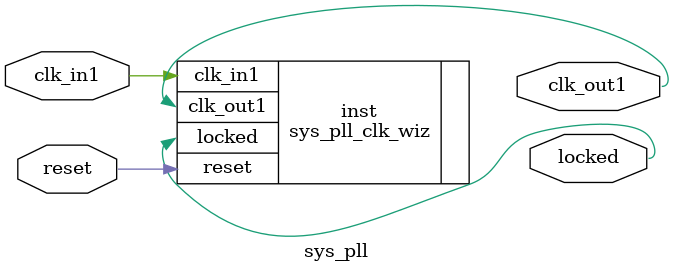
<source format=v>


`timescale 1ps/1ps

(* CORE_GENERATION_INFO = "sys_pll,clk_wiz_v6_0_3_0_0,{component_name=sys_pll,use_phase_alignment=true,use_min_o_jitter=false,use_max_i_jitter=false,use_dyn_phase_shift=false,use_inclk_switchover=false,use_dyn_reconfig=false,enable_axi=0,feedback_source=FDBK_AUTO,PRIMITIVE=MMCM,num_out_clk=1,clkin1_period=5.000,clkin2_period=10.0,use_power_down=false,use_reset=true,use_locked=true,use_inclk_stopped=false,feedback_type=SINGLE,CLOCK_MGR_TYPE=NA,manual_override=false}" *)

module sys_pll 
 (
  // Clock out ports
  output        clk_out1,
  // Status and control signals
  input         reset,
  output        locked,
 // Clock in ports
  input         clk_in1
 );

  sys_pll_clk_wiz inst
  (
  // Clock out ports  
  .clk_out1(clk_out1),
  // Status and control signals               
  .reset(reset), 
  .locked(locked),
 // Clock in ports
  .clk_in1(clk_in1)
  );

endmodule

</source>
